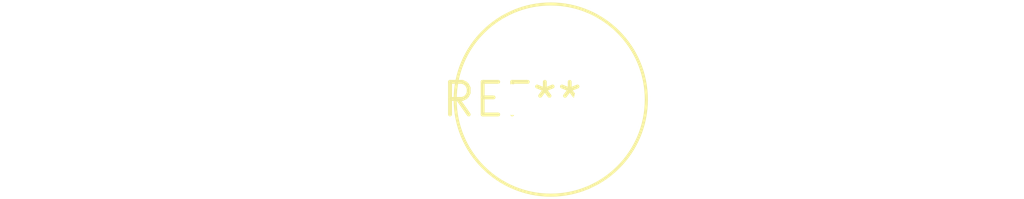
<source format=kicad_pcb>
(kicad_pcb (version 20240108) (generator pcbnew)
  (layers (0 "F.Cu" signal) (31 "B.Cu" signal) (34 "B.Paste" user) (35 "F.Paste" user) (36 "B.SilkS" user "B.Silkscreen") (37 "F.SilkS" user "F.Silkscreen") (38 "B.Mask" user) (39 "F.Mask" user) (44 "Edge.Cuts" user))
  (net 0 "")
  (footprint "L_Radial_D7.2mm_P3.00mm_Murata_1700" (layer "F.Cu") (at 0 0)
    (property "Reference" "REF**")
    (property "Value" "L_Radial_D7.2mm_P3.00mm_Murata_1700")
    (fp_circle (center 1.5 0) (end 5.22 0) (layer "F.SilkS") (stroke (width 0.12)) (fill none))
    (pad "1" thru_hole circle (at 0 0) (size 2.4 2.4) (drill 1.2) (layers *.Cu *.Mask) (remove_unused_layers))
    (pad "2" thru_hole circle (at 3 0) (size 2.4 2.4) (drill 1.2) (layers *.Cu *.Mask) (remove_unused_layers))
  )
)
</source>
